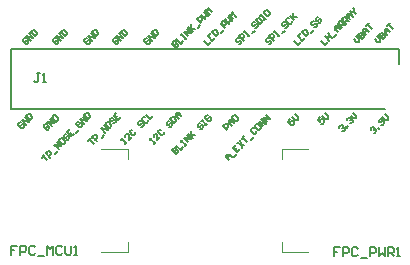
<source format=gto>
G04*
G04 #@! TF.GenerationSoftware,Altium Limited,Altium Designer,19.1.5 (86)*
G04*
G04 Layer_Color=65535*
%FSAX24Y24*%
%MOIN*%
G70*
G01*
G75*
%ADD10C,0.0079*%
%ADD11C,0.0039*%
%ADD12C,0.0060*%
D10*
X023063Y016649D02*
Y017145D01*
X010137D02*
X023063D01*
X010137Y015154D02*
Y017145D01*
Y015154D02*
X022600D01*
D11*
X019155Y010387D02*
X020047D01*
X019155D02*
Y010722D01*
Y013813D02*
X020047D01*
X019155Y013478D02*
Y013813D01*
X013153D02*
X014045D01*
Y013478D02*
Y013813D01*
X013153Y010387D02*
X014045D01*
Y010722D01*
D12*
X011100Y016350D02*
X011000D01*
X011050D01*
Y016100D01*
X011000Y016050D01*
X010950D01*
X010900Y016100D01*
X011200Y016050D02*
X011300D01*
X011250D01*
Y016350D01*
X011200Y016300D01*
X010626Y017512D02*
X010579D01*
X010532Y017465D01*
X010532Y017418D01*
X010626Y017324D01*
X010674D01*
X010721Y017371D01*
X010721Y017418D01*
X010674Y017465D01*
X010626Y017418D01*
X010791Y017441D02*
X010650Y017583D01*
X010886Y017536D01*
X010744Y017677D01*
X010791Y017724D02*
X010933Y017583D01*
X011003Y017653D01*
X011003Y017701D01*
X010909Y017795D01*
X010862D01*
X010791Y017724D01*
X011626Y017512D02*
X011579D01*
X011532Y017465D01*
X011532Y017418D01*
X011626Y017324D01*
X011674D01*
X011721Y017371D01*
X011721Y017418D01*
X011674Y017465D01*
X011626Y017418D01*
X011791Y017441D02*
X011650Y017583D01*
X011886Y017536D01*
X011744Y017677D01*
X011791Y017724D02*
X011933Y017583D01*
X012003Y017653D01*
X012003Y017701D01*
X011909Y017795D01*
X011862D01*
X011791Y017724D01*
X012676Y017512D02*
X012629D01*
X012582Y017465D01*
X012582Y017418D01*
X012676Y017324D01*
X012724D01*
X012771Y017371D01*
X012771Y017418D01*
X012724Y017465D01*
X012676Y017418D01*
X012841Y017441D02*
X012700Y017583D01*
X012936Y017536D01*
X012794Y017677D01*
X012841Y017724D02*
X012983Y017583D01*
X013053Y017653D01*
X013053Y017701D01*
X012959Y017795D01*
X012912D01*
X012841Y017724D01*
X013626Y017512D02*
X013579D01*
X013532Y017465D01*
X013532Y017418D01*
X013626Y017324D01*
X013674D01*
X013721Y017371D01*
X013721Y017418D01*
X013674Y017465D01*
X013626Y017418D01*
X013791Y017441D02*
X013650Y017583D01*
X013886Y017536D01*
X013744Y017677D01*
X013791Y017724D02*
X013933Y017583D01*
X014003Y017653D01*
X014003Y017701D01*
X013909Y017795D01*
X013862D01*
X013791Y017724D01*
X014676Y017512D02*
X014629D01*
X014582Y017465D01*
X014582Y017418D01*
X014676Y017324D01*
X014724D01*
X014771Y017371D01*
X014771Y017418D01*
X014724Y017465D01*
X014676Y017418D01*
X014841Y017441D02*
X014700Y017583D01*
X014936Y017536D01*
X014794Y017677D01*
X014841Y017724D02*
X014983Y017583D01*
X015053Y017653D01*
X015053Y017701D01*
X014959Y017795D01*
X014912D01*
X014841Y017724D01*
X019559Y017441D02*
X019700Y017300D01*
X019794Y017394D01*
Y017677D02*
X019700Y017583D01*
X019841Y017441D01*
X019936Y017536D01*
X019771Y017512D02*
X019818Y017559D01*
X019841Y017724D02*
X019983Y017583D01*
X020053Y017653D01*
X020053Y017701D01*
X019959Y017795D01*
X019912D01*
X019841Y017724D01*
X020148Y017701D02*
X020242Y017795D01*
Y018078D02*
X020195D01*
X020148Y018030D01*
X020148Y017983D01*
X020171Y017960D01*
X020218Y017960D01*
X020266Y018007D01*
X020313Y018007D01*
X020336Y017983D01*
X020336Y017936D01*
X020289Y017889D01*
X020242D01*
X020383Y018219D02*
X020336D01*
X020289Y018172D01*
Y018125D01*
X020313Y018101D01*
X020360Y018101D01*
X020407Y018148D01*
X020454Y018148D01*
X020478Y018125D01*
X020478Y018078D01*
X020430Y018030D01*
X020383D01*
X020459Y017441D02*
X020600Y017300D01*
X020694Y017394D01*
X020600Y017583D02*
X020741Y017441D01*
X020671Y017512D01*
X020765Y017606D01*
X020694Y017677D01*
X020836Y017536D01*
X020906Y017559D02*
X021001Y017653D01*
X021024Y017724D02*
X020930Y017818D01*
Y017913D01*
X021024D01*
X021118Y017818D01*
X021048Y017889D01*
X020953Y017795D01*
X021165Y017866D02*
X021024Y018007D01*
X021095Y018078D01*
X021142D01*
X021189Y018030D01*
Y017983D01*
X021118Y017913D01*
X021165Y017960D02*
X021260D01*
X021307Y018007D02*
X021165Y018148D01*
X021236Y018219D01*
X021283D01*
X021330Y018172D01*
X021330Y018125D01*
X021260Y018054D01*
X021307Y018101D02*
X021401D01*
X021448Y018148D02*
X021354Y018242D01*
Y018337D01*
X021448D01*
X021542Y018242D01*
X021472Y018313D01*
X021378Y018219D01*
X021448Y018431D02*
X021472Y018407D01*
X021566D01*
Y018502D01*
X021542Y018525D01*
X021566Y018407D02*
X021637Y018337D01*
X021559Y017491D02*
X021653Y017397D01*
X021747D01*
Y017491D01*
X021653Y017586D01*
X021700Y017633D02*
X021841Y017491D01*
X021912Y017562D01*
Y017609D01*
X021888Y017633D01*
X021841D01*
X021771Y017562D01*
X021841Y017633D01*
Y017680D01*
X021818Y017703D01*
X021771D01*
X021700Y017633D01*
X021983D02*
X021888Y017727D01*
Y017821D01*
X021983D01*
X022077Y017727D01*
X022006Y017798D01*
X021912Y017703D01*
X021983Y017916D02*
X022077Y018010D01*
X022030Y017963D01*
X022171Y017821D01*
X022132Y014468D02*
X022132Y014515D01*
X022179Y014562D01*
X022226D01*
X022250Y014539D01*
Y014491D01*
X022226Y014468D01*
X022250Y014491D01*
X022297Y014491D01*
X022321Y014468D01*
X022321Y014421D01*
X022274Y014374D01*
X022226D01*
X022391Y014491D02*
X022368Y014515D01*
X022391Y014539D01*
X022415Y014515D01*
X022391Y014491D01*
Y014727D02*
X022391Y014774D01*
X022438Y014821D01*
X022486D01*
X022509Y014798D01*
Y014751D01*
X022486Y014727D01*
X022509Y014751D01*
X022556Y014751D01*
X022580Y014727D01*
X022580Y014680D01*
X022533Y014633D01*
X022486D01*
X022509Y014892D02*
X022603Y014798D01*
X022698D01*
Y014892D01*
X022603Y014986D01*
X021082Y014518D02*
X021082Y014565D01*
X021129Y014612D01*
X021176D01*
X021200Y014589D01*
Y014541D01*
X021176Y014518D01*
X021200Y014541D01*
X021247Y014541D01*
X021271Y014518D01*
X021271Y014471D01*
X021224Y014424D01*
X021176D01*
X021341Y014541D02*
X021318Y014565D01*
X021341Y014589D01*
X021365Y014565D01*
X021341Y014541D01*
Y014777D02*
X021341Y014824D01*
X021388Y014871D01*
X021436D01*
X021459Y014848D01*
Y014801D01*
X021436Y014777D01*
X021459Y014801D01*
X021506Y014801D01*
X021530Y014777D01*
X021530Y014730D01*
X021483Y014683D01*
X021436D01*
X021459Y014942D02*
X021553Y014848D01*
X021648D01*
Y014942D01*
X021553Y015036D01*
X020453Y014886D02*
X020359Y014791D01*
X020429Y014721D01*
X020453Y014791D01*
X020476Y014815D01*
X020524D01*
X020571Y014768D01*
X020571Y014721D01*
X020524Y014674D01*
X020476D01*
X020500Y014933D02*
X020594Y014839D01*
X020689D01*
Y014933D01*
X020594Y015027D01*
X019453Y014836D02*
X019359Y014741D01*
X019429Y014671D01*
X019453Y014741D01*
X019476Y014765D01*
X019524D01*
X019571Y014718D01*
X019571Y014671D01*
X019524Y014624D01*
X019476D01*
X019500Y014883D02*
X019594Y014789D01*
X019689D01*
Y014883D01*
X019594Y014977D01*
X017400Y013450D02*
X017306Y013544D01*
Y013638D01*
X017400D01*
X017494Y013544D01*
X017424Y013615D01*
X017329Y013521D01*
X017565Y013568D02*
X017659Y013662D01*
X017636Y013968D02*
X017541Y013874D01*
X017683Y013733D01*
X017777Y013827D01*
X017612Y013803D02*
X017659Y013851D01*
X017683Y014016D02*
X017918Y013968D01*
X017777Y014110D02*
X017824Y013874D01*
Y014157D02*
X017918Y014251D01*
X017871Y014204D01*
X018013Y014063D01*
X018130Y014133D02*
X018225Y014228D01*
X018225Y014510D02*
X018178D01*
X018130Y014463D01*
X018130Y014416D01*
X018225Y014322D01*
X018272D01*
X018319Y014369D01*
Y014416D01*
Y014652D02*
X018272Y014605D01*
Y014557D01*
X018366Y014463D01*
X018413D01*
X018460Y014510D01*
X018460Y014557D01*
X018366Y014652D01*
X018319D01*
X018531Y014581D02*
X018390Y014722D01*
X018625Y014675D01*
X018484Y014817D01*
X018672Y014722D02*
X018531Y014864D01*
X018767Y014817D01*
X018625Y014958D01*
X022259Y017491D02*
X022353Y017397D01*
X022447D01*
Y017491D01*
X022353Y017586D01*
X022400Y017633D02*
X022541Y017491D01*
X022612Y017562D01*
Y017609D01*
X022589Y017633D01*
X022541D01*
X022471Y017562D01*
X022541Y017633D01*
Y017680D01*
X022518Y017703D01*
X022471D01*
X022400Y017633D01*
X022683D02*
X022589Y017727D01*
Y017821D01*
X022683D01*
X022777Y017727D01*
X022706Y017798D01*
X022612Y017703D01*
X022683Y017916D02*
X022777Y018010D01*
X022730Y017963D01*
X022871Y017821D01*
X018726Y017512D02*
X018679D01*
X018632Y017465D01*
X018632Y017418D01*
X018656Y017394D01*
X018703Y017394D01*
X018750Y017441D01*
X018797Y017441D01*
X018821Y017418D01*
X018821Y017371D01*
X018774Y017324D01*
X018726D01*
X018891Y017441D02*
X018750Y017583D01*
X018821Y017653D01*
X018868D01*
X018915Y017606D01*
Y017559D01*
X018844Y017488D01*
X018891Y017724D02*
X018938Y017771D01*
X018915Y017748D01*
X019056Y017606D01*
X019033Y017583D01*
X019080Y017630D01*
X019174Y017677D02*
X019268Y017771D01*
X019268Y018054D02*
X019221D01*
X019174Y018007D01*
X019174Y017960D01*
X019198Y017936D01*
X019245D01*
X019292Y017983D01*
X019339D01*
X019363Y017960D01*
Y017913D01*
X019316Y017866D01*
X019268D01*
X019410Y018195D02*
X019363D01*
X019316Y018148D01*
Y018101D01*
X019410Y018007D01*
X019457D01*
X019504Y018054D01*
X019504Y018101D01*
X019433Y018266D02*
X019575Y018125D01*
X019528Y018172D01*
Y018360D01*
Y018219D01*
X019669Y018219D01*
X017726Y017512D02*
X017679D01*
X017632Y017465D01*
X017632Y017418D01*
X017656Y017394D01*
X017703Y017394D01*
X017750Y017441D01*
X017797Y017441D01*
X017821Y017418D01*
X017821Y017371D01*
X017774Y017324D01*
X017726D01*
X017891Y017441D02*
X017750Y017583D01*
X017821Y017653D01*
X017868D01*
X017915Y017606D01*
Y017559D01*
X017844Y017488D01*
X017891Y017724D02*
X017938Y017771D01*
X017915Y017748D01*
X018056Y017606D01*
X018033Y017583D01*
X018080Y017630D01*
X018174Y017677D02*
X018268Y017771D01*
X018268Y018054D02*
X018221D01*
X018174Y018007D01*
X018174Y017960D01*
X018198Y017936D01*
X018245D01*
X018292Y017983D01*
X018339D01*
X018363Y017960D01*
Y017913D01*
X018316Y017866D01*
X018268D01*
X018292Y018125D02*
X018433Y017983D01*
X018504Y018054D01*
X018504Y018101D01*
X018410Y018195D01*
X018363D01*
X018292Y018125D01*
X018433Y018266D02*
X018480Y018313D01*
X018457Y018290D01*
X018598Y018148D01*
X018575Y018125D01*
X018622Y018172D01*
X018622Y018455D02*
X018575Y018407D01*
X018575Y018360D01*
X018669Y018266D01*
X018716D01*
X018763Y018313D01*
Y018360D01*
X018669Y018455D01*
X018622D01*
X015509Y017341D02*
X015650Y017200D01*
X015721Y017271D01*
X015721Y017318D01*
X015697Y017341D01*
X015650Y017341D01*
X015579Y017271D01*
X015650Y017341D01*
Y017388D01*
X015626Y017412D01*
X015579D01*
X015509Y017341D01*
X015650Y017483D02*
X015791Y017341D01*
X015886Y017436D01*
X015791Y017624D02*
X015839Y017671D01*
X015815Y017648D01*
X015956Y017506D01*
X015933Y017483D01*
X015980Y017530D01*
X016051Y017601D02*
X015909Y017742D01*
X016145Y017695D01*
X016003Y017836D01*
X016051Y017883D02*
X016192Y017742D01*
X016145Y017789D01*
Y017978D01*
Y017836D01*
X016286D01*
X016357Y017860D02*
X016451Y017954D01*
X016475Y018025D02*
X016333Y018166D01*
X016404Y018237D01*
X016451D01*
X016498Y018190D01*
X016498Y018142D01*
X016428Y018072D01*
X016475Y018307D02*
X016616Y018166D01*
Y018260D01*
X016710D01*
X016569Y018402D01*
X016757Y018307D02*
X016616Y018449D01*
X016710D01*
Y018543D01*
X016852Y018402D01*
X016559Y017441D02*
X016700Y017300D01*
X016794Y017394D01*
Y017677D02*
X016700Y017583D01*
X016841Y017441D01*
X016936Y017536D01*
X016771Y017512D02*
X016818Y017559D01*
X016841Y017724D02*
X016983Y017583D01*
X017053Y017653D01*
X017053Y017701D01*
X016959Y017795D01*
X016912D01*
X016841Y017724D01*
X017148Y017701D02*
X017242Y017795D01*
X017265Y017866D02*
X017124Y018007D01*
X017195Y018078D01*
X017242D01*
X017289Y018030D01*
Y017983D01*
X017218Y017913D01*
X017265Y018148D02*
X017407Y018007D01*
Y018101D01*
X017501D01*
X017360Y018242D01*
X017548Y018148D02*
X017407Y018290D01*
X017501D01*
Y018384D01*
X017643Y018242D01*
X017350Y014450D02*
X017209Y014591D01*
X017279Y014662D01*
X017326D01*
X017374Y014615D01*
X017374Y014568D01*
X017303Y014497D01*
X017491Y014591D02*
X017397Y014686D01*
Y014780D01*
X017491D01*
X017586Y014686D01*
X017515Y014756D01*
X017421Y014662D01*
X017515Y014851D02*
Y014898D01*
X017562Y014945D01*
X017609D01*
X017703Y014851D01*
X017703Y014803D01*
X017656Y014756D01*
X017609D01*
X017515Y014851D01*
X015509Y013791D02*
X015650Y013650D01*
X015721Y013721D01*
X015721Y013768D01*
X015697Y013791D01*
X015650Y013791D01*
X015579Y013721D01*
X015650Y013791D01*
Y013838D01*
X015626Y013862D01*
X015579D01*
X015509Y013791D01*
X015650Y013933D02*
X015791Y013791D01*
X015886Y013886D01*
X015791Y014074D02*
X015839Y014121D01*
X015815Y014098D01*
X015956Y013956D01*
X015933Y013933D01*
X015980Y013980D01*
X016051Y014051D02*
X015909Y014192D01*
X016145Y014145D01*
X016003Y014286D01*
X016051Y014333D02*
X016192Y014192D01*
X016145Y014239D01*
Y014428D01*
Y014286D01*
X016286D01*
X016451Y014687D02*
X016404D01*
X016357Y014640D01*
X016357Y014592D01*
X016380Y014569D01*
X016428Y014569D01*
X016475Y014616D01*
X016522D01*
X016545Y014592D01*
X016545Y014545D01*
X016498Y014498D01*
X016451D01*
X016475Y014757D02*
X016522Y014805D01*
X016498Y014781D01*
X016640Y014640D01*
X016616Y014616D01*
X016663Y014663D01*
X016710Y014946D02*
X016663D01*
X016616Y014899D01*
Y014852D01*
X016710Y014757D01*
X016757D01*
X016805Y014805D01*
X016805Y014852D01*
X016757Y014899D01*
X016710Y014852D01*
X014759Y014141D02*
X014806Y014188D01*
X014782Y014165D01*
X014924Y014024D01*
X014900Y014000D01*
X014947Y014047D01*
X015112Y014212D02*
X015018Y014118D01*
Y014306D01*
X014994Y014330D01*
X014947D01*
X014900Y014283D01*
X014900Y014236D01*
X015136Y014471D02*
X015088D01*
X015041Y014424D01*
X015041Y014377D01*
X015136Y014283D01*
X015183D01*
X015230Y014330D01*
X015230Y014377D01*
X015418Y014754D02*
X015371D01*
X015324Y014707D01*
X015324Y014660D01*
X015348Y014636D01*
X015395D01*
X015442Y014683D01*
X015489D01*
X015513Y014660D01*
Y014613D01*
X015466Y014566D01*
X015418D01*
X015442Y014825D02*
X015583Y014683D01*
X015654Y014754D01*
X015654Y014801D01*
X015560Y014895D01*
X015513D01*
X015442Y014825D01*
X015725D02*
X015630Y014919D01*
Y015013D01*
X015725D01*
X015819Y014919D01*
X015748Y014990D01*
X015654Y014895D01*
X013809Y014141D02*
X013856Y014188D01*
X013832Y014165D01*
X013974Y014024D01*
X013950Y014000D01*
X013997Y014047D01*
X014162Y014212D02*
X014068Y014118D01*
Y014306D01*
X014044Y014330D01*
X013997D01*
X013950Y014283D01*
X013950Y014236D01*
X014186Y014471D02*
X014138D01*
X014091Y014424D01*
X014091Y014377D01*
X014186Y014283D01*
X014233D01*
X014280Y014330D01*
X014280Y014377D01*
X014468Y014754D02*
X014421D01*
X014374Y014707D01*
X014374Y014660D01*
X014398Y014636D01*
X014445D01*
X014492Y014683D01*
X014539D01*
X014563Y014660D01*
Y014613D01*
X014516Y014566D01*
X014468D01*
X014610Y014895D02*
X014563D01*
X014516Y014848D01*
Y014801D01*
X014610Y014707D01*
X014657D01*
X014704Y014754D01*
X014704Y014801D01*
X014633Y014966D02*
X014775Y014825D01*
X014869Y014919D01*
X012709Y014091D02*
X012803Y014186D01*
X012756Y014138D01*
X012897Y013997D01*
X012991Y014091D02*
X012850Y014233D01*
X012921Y014303D01*
X012968D01*
X013015Y014256D01*
Y014209D01*
X012944Y014138D01*
X013156Y014209D02*
X013251Y014303D01*
X013274Y014374D02*
X013133Y014516D01*
X013368Y014468D01*
X013227Y014610D01*
X013345Y014728D02*
X013298Y014680D01*
X013298Y014633D01*
X013392Y014539D01*
X013439D01*
X013486Y014586D01*
X013486Y014633D01*
X013392Y014728D01*
X013345D01*
X013533Y014869D02*
X013486D01*
X013439Y014822D01*
Y014775D01*
X013463Y014751D01*
X013510Y014751D01*
X013557Y014798D01*
X013604Y014798D01*
X013628Y014775D01*
X013628Y014728D01*
X013580Y014680D01*
X013533D01*
X013651Y015034D02*
X013557Y014940D01*
X013698Y014798D01*
X013793Y014892D01*
X013628Y014869D02*
X013675Y014916D01*
X011159Y013541D02*
X011253Y013636D01*
X011206Y013589D01*
X011347Y013447D01*
X011441Y013541D02*
X011300Y013683D01*
X011371Y013753D01*
X011418D01*
X011465Y013706D01*
Y013659D01*
X011394Y013589D01*
X011606Y013659D02*
X011701Y013753D01*
X011724Y013824D02*
X011583Y013966D01*
X011818Y013918D01*
X011677Y014060D01*
X011795Y014178D02*
X011748Y014130D01*
X011748Y014083D01*
X011842Y013989D01*
X011889D01*
X011936Y014036D01*
X011936Y014083D01*
X011842Y014178D01*
X011795D01*
X011983Y014319D02*
X011936D01*
X011889Y014272D01*
Y014225D01*
X011913Y014201D01*
X011960Y014201D01*
X012007Y014248D01*
X012054Y014248D01*
X012078Y014225D01*
X012078Y014178D01*
X012030Y014130D01*
X011983D01*
X012101Y014484D02*
X012007Y014390D01*
X012148Y014248D01*
X012242Y014342D01*
X012078Y014319D02*
X012125Y014366D01*
X012313Y014366D02*
X012407Y014460D01*
X012407Y014743D02*
X012360D01*
X012313Y014696D01*
X012313Y014649D01*
X012407Y014555D01*
X012455D01*
X012502Y014602D01*
X012502Y014649D01*
X012455Y014696D01*
X012407Y014649D01*
X012572Y014672D02*
X012431Y014814D01*
X012667Y014767D01*
X012525Y014908D01*
X012572Y014955D02*
X012714Y014814D01*
X012784Y014884D01*
X012784Y014932D01*
X012690Y015026D01*
X012643D01*
X012572Y014955D01*
X011326Y014662D02*
X011279D01*
X011232Y014615D01*
X011232Y014568D01*
X011326Y014474D01*
X011374D01*
X011421Y014521D01*
X011421Y014568D01*
X011374Y014615D01*
X011326Y014568D01*
X011491Y014591D02*
X011350Y014733D01*
X011586Y014686D01*
X011444Y014827D01*
X011491Y014874D02*
X011633Y014733D01*
X011703Y014803D01*
X011703Y014851D01*
X011609Y014945D01*
X011562D01*
X011491Y014874D01*
X010476Y014712D02*
X010429D01*
X010382Y014665D01*
X010382Y014618D01*
X010476Y014524D01*
X010524D01*
X010571Y014571D01*
X010571Y014618D01*
X010524Y014665D01*
X010476Y014618D01*
X010641Y014641D02*
X010500Y014783D01*
X010736Y014736D01*
X010594Y014877D01*
X010641Y014924D02*
X010783Y014783D01*
X010853Y014853D01*
X010853Y014901D01*
X010759Y014995D01*
X010712D01*
X010641Y014924D01*
X021100Y010550D02*
X020900D01*
Y010400D01*
X021000D01*
X020900D01*
Y010250D01*
X021200D02*
Y010550D01*
X021350D01*
X021400Y010500D01*
Y010400D01*
X021350Y010350D01*
X021200D01*
X021700Y010500D02*
X021650Y010550D01*
X021550D01*
X021500Y010500D01*
Y010300D01*
X021550Y010250D01*
X021650D01*
X021700Y010300D01*
X021800Y010200D02*
X022000D01*
X022100Y010250D02*
Y010550D01*
X022250D01*
X022300Y010500D01*
Y010400D01*
X022250Y010350D01*
X022100D01*
X022400Y010550D02*
Y010250D01*
X022499Y010350D01*
X022599Y010250D01*
Y010550D01*
X022699Y010250D02*
Y010550D01*
X022849D01*
X022899Y010500D01*
Y010400D01*
X022849Y010350D01*
X022699D01*
X022799D02*
X022899Y010250D01*
X022999D02*
X023099D01*
X023049D01*
Y010550D01*
X022999Y010500D01*
X010350Y010600D02*
X010150D01*
Y010450D01*
X010250D01*
X010150D01*
Y010300D01*
X010450D02*
Y010600D01*
X010600D01*
X010650Y010550D01*
Y010450D01*
X010600Y010400D01*
X010450D01*
X010950Y010550D02*
X010900Y010600D01*
X010800D01*
X010750Y010550D01*
Y010350D01*
X010800Y010300D01*
X010900D01*
X010950Y010350D01*
X011050Y010250D02*
X011250D01*
X011350Y010300D02*
Y010600D01*
X011450Y010500D01*
X011550Y010600D01*
Y010300D01*
X011849Y010550D02*
X011799Y010600D01*
X011700D01*
X011650Y010550D01*
Y010350D01*
X011700Y010300D01*
X011799D01*
X011849Y010350D01*
X011949Y010600D02*
Y010350D01*
X011999Y010300D01*
X012099D01*
X012149Y010350D01*
Y010600D01*
X012249Y010300D02*
X012349D01*
X012299D01*
Y010600D01*
X012249Y010550D01*
M02*

</source>
